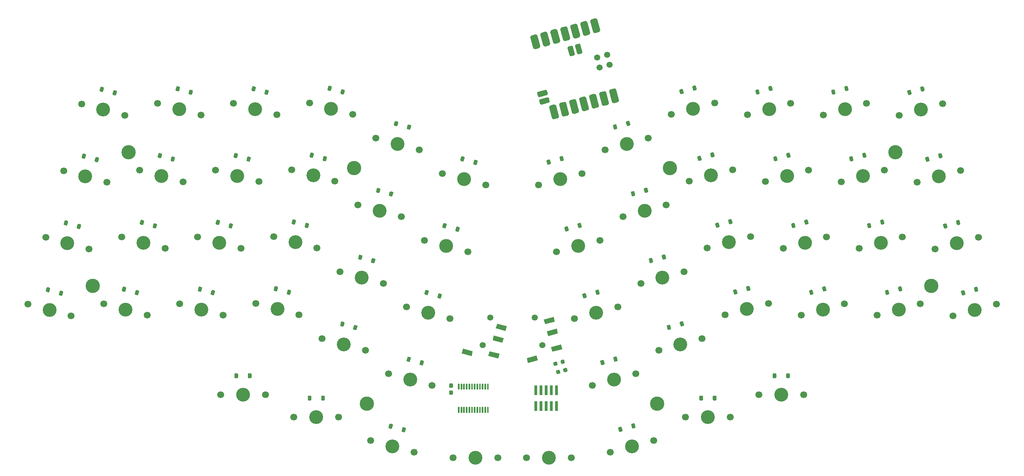
<source format=gts>
G04 #@! TF.GenerationSoftware,KiCad,Pcbnew,7.0.9-7.0.9~ubuntu22.04.1*
G04 #@! TF.CreationDate,2023-12-21T13:29:14+01:00*
G04 #@! TF.ProjectId,ergo56,6572676f-3536-42e6-9b69-6361645f7063,0.1*
G04 #@! TF.SameCoordinates,Original*
G04 #@! TF.FileFunction,Soldermask,Top*
G04 #@! TF.FilePolarity,Negative*
%FSLAX46Y46*%
G04 Gerber Fmt 4.6, Leading zero omitted, Abs format (unit mm)*
G04 Created by KiCad (PCBNEW 7.0.9-7.0.9~ubuntu22.04.1) date 2023-12-21 13:29:14*
%MOMM*%
%LPD*%
G01*
G04 APERTURE LIST*
%ADD10C,1.500000*%
%ADD11C,3.500000*%
%ADD12R,0.740000X2.400000*%
%ADD13C,1.700000*%
%ADD14C,3.400000*%
G04 APERTURE END LIST*
G36*
G01*
X170190735Y-114898718D02*
X169996621Y-114174274D01*
G75*
G02*
X170155720Y-113898707I217333J58234D01*
G01*
X170590386Y-113782239D01*
G75*
G02*
X170865953Y-113941338I58234J-217333D01*
G01*
X171060067Y-114665782D01*
G75*
G02*
X170900968Y-114941349I-217333J-58234D01*
G01*
X170466302Y-115057817D01*
G75*
G02*
X170190735Y-114898718I-58234J217333D01*
G01*
G37*
G36*
G01*
X173378291Y-114044616D02*
X173184177Y-113320172D01*
G75*
G02*
X173343276Y-113044605I217333J58234D01*
G01*
X173777942Y-112928137D01*
G75*
G02*
X174053509Y-113087236I58234J-217333D01*
G01*
X174247623Y-113811680D01*
G75*
G02*
X174088524Y-114087247I-217333J-58234D01*
G01*
X173653858Y-114203715D01*
G75*
G02*
X173378291Y-114044616I-58234J217333D01*
G01*
G37*
G36*
G01*
X202812947Y-97553178D02*
X202618833Y-96828734D01*
G75*
G02*
X202777932Y-96553167I217333J58234D01*
G01*
X203212598Y-96436699D01*
G75*
G02*
X203488165Y-96595798I58234J-217333D01*
G01*
X203682279Y-97320242D01*
G75*
G02*
X203523180Y-97595809I-217333J-58234D01*
G01*
X203088514Y-97712277D01*
G75*
G02*
X202812947Y-97553178I-58234J217333D01*
G01*
G37*
G36*
G01*
X206000503Y-96699076D02*
X205806389Y-95974632D01*
G75*
G02*
X205965488Y-95699065I217333J58234D01*
G01*
X206400154Y-95582597D01*
G75*
G02*
X206675721Y-95741696I58234J-217333D01*
G01*
X206869835Y-96466140D01*
G75*
G02*
X206710736Y-96741707I-217333J-58234D01*
G01*
X206276070Y-96858175D01*
G75*
G02*
X206000503Y-96699076I-58234J217333D01*
G01*
G37*
G36*
G01*
X221473686Y-97649329D02*
X221279572Y-96924885D01*
G75*
G02*
X221438671Y-96649318I217333J58234D01*
G01*
X221873337Y-96532850D01*
G75*
G02*
X222148904Y-96691949I58234J-217333D01*
G01*
X222343018Y-97416393D01*
G75*
G02*
X222183919Y-97691960I-217333J-58234D01*
G01*
X221749253Y-97808428D01*
G75*
G02*
X221473686Y-97649329I-58234J217333D01*
G01*
G37*
G36*
G01*
X224661242Y-96795227D02*
X224467128Y-96070783D01*
G75*
G02*
X224626227Y-95795216I217333J58234D01*
G01*
X225060893Y-95678748D01*
G75*
G02*
X225336460Y-95837847I58234J-217333D01*
G01*
X225530574Y-96562291D01*
G75*
G02*
X225371475Y-96837858I-217333J-58234D01*
G01*
X224936809Y-96954326D01*
G75*
G02*
X224661242Y-96795227I-58234J217333D01*
G01*
G37*
G36*
G01*
X240110505Y-97656237D02*
X239916391Y-96931793D01*
G75*
G02*
X240075490Y-96656226I217333J58234D01*
G01*
X240510156Y-96539758D01*
G75*
G02*
X240785723Y-96698857I58234J-217333D01*
G01*
X240979837Y-97423301D01*
G75*
G02*
X240820738Y-97698868I-217333J-58234D01*
G01*
X240386072Y-97815336D01*
G75*
G02*
X240110505Y-97656237I-58234J217333D01*
G01*
G37*
G36*
G01*
X243298061Y-96802135D02*
X243103947Y-96077691D01*
G75*
G02*
X243263046Y-95802124I217333J58234D01*
G01*
X243697712Y-95685656D01*
G75*
G02*
X243973279Y-95844755I58234J-217333D01*
G01*
X244167393Y-96569199D01*
G75*
G02*
X244008294Y-96844766I-217333J-58234D01*
G01*
X243573628Y-96961234D01*
G75*
G02*
X243298061Y-96802135I-58234J217333D01*
G01*
G37*
G36*
G01*
X258771241Y-97752375D02*
X258577127Y-97027931D01*
G75*
G02*
X258736226Y-96752364I217333J58234D01*
G01*
X259170892Y-96635896D01*
G75*
G02*
X259446459Y-96794995I58234J-217333D01*
G01*
X259640573Y-97519439D01*
G75*
G02*
X259481474Y-97795006I-217333J-58234D01*
G01*
X259046808Y-97911474D01*
G75*
G02*
X258771241Y-97752375I-58234J217333D01*
G01*
G37*
G36*
G01*
X261958797Y-96898273D02*
X261764683Y-96173829D01*
G75*
G02*
X261923782Y-95898262I217333J58234D01*
G01*
X262358448Y-95781794D01*
G75*
G02*
X262634015Y-95940893I58234J-217333D01*
G01*
X262828129Y-96665337D01*
G75*
G02*
X262669030Y-96940904I-217333J-58234D01*
G01*
X262234364Y-97057372D01*
G75*
G02*
X261958797Y-96898273I-58234J217333D01*
G01*
G37*
G36*
G01*
X38241810Y-80353316D02*
X38435924Y-79628872D01*
G75*
G02*
X38711491Y-79469773I217333J-58234D01*
G01*
X39146157Y-79586241D01*
G75*
G02*
X39305256Y-79861808I-58234J-217333D01*
G01*
X39111142Y-80586252D01*
G75*
G02*
X38835575Y-80745351I-217333J58234D01*
G01*
X38400909Y-80628883D01*
G75*
G02*
X38241810Y-80353316I58234J217333D01*
G01*
G37*
G36*
G01*
X41429366Y-81207418D02*
X41623480Y-80482974D01*
G75*
G02*
X41899047Y-80323875I217333J-58234D01*
G01*
X42333713Y-80440343D01*
G75*
G02*
X42492812Y-80715910I-58234J-217333D01*
G01*
X42298698Y-81440354D01*
G75*
G02*
X42023131Y-81599453I-217333J58234D01*
G01*
X41588465Y-81482985D01*
G75*
G02*
X41429366Y-81207418I58234J217333D01*
G01*
G37*
G36*
G01*
X56913681Y-80215633D02*
X57107795Y-79491189D01*
G75*
G02*
X57383362Y-79332090I217333J-58234D01*
G01*
X57818028Y-79448558D01*
G75*
G02*
X57977127Y-79724125I-58234J-217333D01*
G01*
X57783013Y-80448569D01*
G75*
G02*
X57507446Y-80607668I-217333J58234D01*
G01*
X57072780Y-80491200D01*
G75*
G02*
X56913681Y-80215633I58234J217333D01*
G01*
G37*
G36*
G01*
X60101237Y-81069735D02*
X60295351Y-80345291D01*
G75*
G02*
X60570918Y-80186192I217333J-58234D01*
G01*
X61005584Y-80302660D01*
G75*
G02*
X61164683Y-80578227I-58234J-217333D01*
G01*
X60970569Y-81302671D01*
G75*
G02*
X60695002Y-81461770I-217333J58234D01*
G01*
X60260336Y-81345302D01*
G75*
G02*
X60101237Y-81069735I58234J217333D01*
G01*
G37*
G36*
G01*
X75550388Y-80209138D02*
X75744502Y-79484694D01*
G75*
G02*
X76020069Y-79325595I217333J-58234D01*
G01*
X76454735Y-79442063D01*
G75*
G02*
X76613834Y-79717630I-58234J-217333D01*
G01*
X76419720Y-80442074D01*
G75*
G02*
X76144153Y-80601173I-217333J58234D01*
G01*
X75709487Y-80484705D01*
G75*
G02*
X75550388Y-80209138I58234J217333D01*
G01*
G37*
G36*
G01*
X78737944Y-81063240D02*
X78932058Y-80338796D01*
G75*
G02*
X79207625Y-80179697I217333J-58234D01*
G01*
X79642291Y-80296165D01*
G75*
G02*
X79801390Y-80571732I-58234J-217333D01*
G01*
X79607276Y-81296176D01*
G75*
G02*
X79331709Y-81455275I-217333J58234D01*
G01*
X78897043Y-81338807D01*
G75*
G02*
X78737944Y-81063240I58234J217333D01*
G01*
G37*
G36*
G01*
X94211133Y-80112984D02*
X94405247Y-79388540D01*
G75*
G02*
X94680814Y-79229441I217333J-58234D01*
G01*
X95115480Y-79345909D01*
G75*
G02*
X95274579Y-79621476I-58234J-217333D01*
G01*
X95080465Y-80345920D01*
G75*
G02*
X94804898Y-80505019I-217333J58234D01*
G01*
X94370232Y-80388551D01*
G75*
G02*
X94211133Y-80112984I58234J217333D01*
G01*
G37*
G36*
G01*
X97398689Y-80967086D02*
X97592803Y-80242642D01*
G75*
G02*
X97868370Y-80083543I217333J-58234D01*
G01*
X98303036Y-80200011D01*
G75*
G02*
X98462135Y-80475578I-58234J-217333D01*
G01*
X98268021Y-81200022D01*
G75*
G02*
X97992454Y-81359121I-217333J58234D01*
G01*
X97557788Y-81242653D01*
G75*
G02*
X97398689Y-80967086I58234J217333D01*
G01*
G37*
G36*
G01*
X110522234Y-88785758D02*
X110716348Y-88061314D01*
G75*
G02*
X110991915Y-87902215I217333J-58234D01*
G01*
X111426581Y-88018683D01*
G75*
G02*
X111585680Y-88294250I-58234J-217333D01*
G01*
X111391566Y-89018694D01*
G75*
G02*
X111115999Y-89177793I-217333J58234D01*
G01*
X110681333Y-89061325D01*
G75*
G02*
X110522234Y-88785758I58234J217333D01*
G01*
G37*
G36*
G01*
X113709790Y-89639860D02*
X113903904Y-88915416D01*
G75*
G02*
X114179471Y-88756317I217333J-58234D01*
G01*
X114614137Y-88872785D01*
G75*
G02*
X114773236Y-89148352I-58234J-217333D01*
G01*
X114579122Y-89872796D01*
G75*
G02*
X114303555Y-90031895I-217333J58234D01*
G01*
X113868889Y-89915427D01*
G75*
G02*
X113709790Y-89639860I58234J217333D01*
G01*
G37*
G36*
G01*
X126833339Y-97458538D02*
X127027453Y-96734094D01*
G75*
G02*
X127303020Y-96574995I217333J-58234D01*
G01*
X127737686Y-96691463D01*
G75*
G02*
X127896785Y-96967030I-58234J-217333D01*
G01*
X127702671Y-97691474D01*
G75*
G02*
X127427104Y-97850573I-217333J58234D01*
G01*
X126992438Y-97734105D01*
G75*
G02*
X126833339Y-97458538I58234J217333D01*
G01*
G37*
G36*
G01*
X130020895Y-98312640D02*
X130215009Y-97588196D01*
G75*
G02*
X130490576Y-97429097I217333J-58234D01*
G01*
X130925242Y-97545565D01*
G75*
G02*
X131084341Y-97821132I-58234J-217333D01*
G01*
X130890227Y-98545576D01*
G75*
G02*
X130614660Y-98704675I-217333J58234D01*
G01*
X130179994Y-98588207D01*
G75*
G02*
X130020895Y-98312640I58234J217333D01*
G01*
G37*
G36*
G01*
X165790800Y-98477972D02*
X165596686Y-97753528D01*
G75*
G02*
X165755785Y-97477961I217333J58234D01*
G01*
X166190451Y-97361493D01*
G75*
G02*
X166466018Y-97520592I58234J-217333D01*
G01*
X166660132Y-98245036D01*
G75*
G02*
X166501033Y-98520603I-217333J-58234D01*
G01*
X166066367Y-98637071D01*
G75*
G02*
X165790800Y-98477972I-58234J217333D01*
G01*
G37*
G36*
G01*
X168978356Y-97623870D02*
X168784242Y-96899426D01*
G75*
G02*
X168943341Y-96623859I217333J58234D01*
G01*
X169378007Y-96507391D01*
G75*
G02*
X169653574Y-96666490I58234J-217333D01*
G01*
X169847688Y-97390934D01*
G75*
G02*
X169688589Y-97666501I-217333J-58234D01*
G01*
X169253923Y-97782969D01*
G75*
G02*
X168978356Y-97623870I-58234J217333D01*
G01*
G37*
G36*
G01*
X182101913Y-89805207D02*
X181907799Y-89080763D01*
G75*
G02*
X182066898Y-88805196I217333J58234D01*
G01*
X182501564Y-88688728D01*
G75*
G02*
X182777131Y-88847827I58234J-217333D01*
G01*
X182971245Y-89572271D01*
G75*
G02*
X182812146Y-89847838I-217333J-58234D01*
G01*
X182377480Y-89964306D01*
G75*
G02*
X182101913Y-89805207I-58234J217333D01*
G01*
G37*
G36*
G01*
X185289469Y-88951105D02*
X185095355Y-88226661D01*
G75*
G02*
X185254454Y-87951094I217333J58234D01*
G01*
X185689120Y-87834626D01*
G75*
G02*
X185964687Y-87993725I58234J-217333D01*
G01*
X186158801Y-88718169D01*
G75*
G02*
X185999702Y-88993736I-217333J-58234D01*
G01*
X185565036Y-89110204D01*
G75*
G02*
X185289469Y-88951105I-58234J217333D01*
G01*
G37*
G36*
G01*
X198413029Y-81132429D02*
X198218915Y-80407985D01*
G75*
G02*
X198378014Y-80132418I217333J58234D01*
G01*
X198812680Y-80015950D01*
G75*
G02*
X199088247Y-80175049I58234J-217333D01*
G01*
X199282361Y-80899493D01*
G75*
G02*
X199123262Y-81175060I-217333J-58234D01*
G01*
X198688596Y-81291528D01*
G75*
G02*
X198413029Y-81132429I-58234J217333D01*
G01*
G37*
G36*
G01*
X201600585Y-80278327D02*
X201406471Y-79553883D01*
G75*
G02*
X201565570Y-79278316I217333J58234D01*
G01*
X202000236Y-79161848D01*
G75*
G02*
X202275803Y-79320947I58234J-217333D01*
G01*
X202469917Y-80045391D01*
G75*
G02*
X202310818Y-80320958I-217333J-58234D01*
G01*
X201876152Y-80437426D01*
G75*
G02*
X201600585Y-80278327I-58234J217333D01*
G01*
G37*
G36*
G01*
X217073757Y-81228577D02*
X216879643Y-80504133D01*
G75*
G02*
X217038742Y-80228566I217333J58234D01*
G01*
X217473408Y-80112098D01*
G75*
G02*
X217748975Y-80271197I58234J-217333D01*
G01*
X217943089Y-80995641D01*
G75*
G02*
X217783990Y-81271208I-217333J-58234D01*
G01*
X217349324Y-81387676D01*
G75*
G02*
X217073757Y-81228577I-58234J217333D01*
G01*
G37*
G36*
G01*
X220261313Y-80374475D02*
X220067199Y-79650031D01*
G75*
G02*
X220226298Y-79374464I217333J58234D01*
G01*
X220660964Y-79257996D01*
G75*
G02*
X220936531Y-79417095I58234J-217333D01*
G01*
X221130645Y-80141539D01*
G75*
G02*
X220971546Y-80417106I-217333J-58234D01*
G01*
X220536880Y-80533574D01*
G75*
G02*
X220261313Y-80374475I-58234J217333D01*
G01*
G37*
G36*
G01*
X235710584Y-81235475D02*
X235516470Y-80511031D01*
G75*
G02*
X235675569Y-80235464I217333J58234D01*
G01*
X236110235Y-80118996D01*
G75*
G02*
X236385802Y-80278095I58234J-217333D01*
G01*
X236579916Y-81002539D01*
G75*
G02*
X236420817Y-81278106I-217333J-58234D01*
G01*
X235986151Y-81394574D01*
G75*
G02*
X235710584Y-81235475I-58234J217333D01*
G01*
G37*
G36*
G01*
X238898140Y-80381373D02*
X238704026Y-79656929D01*
G75*
G02*
X238863125Y-79381362I217333J58234D01*
G01*
X239297791Y-79264894D01*
G75*
G02*
X239573358Y-79423993I58234J-217333D01*
G01*
X239767472Y-80148437D01*
G75*
G02*
X239608373Y-80424004I-217333J-58234D01*
G01*
X239173707Y-80540472D01*
G75*
G02*
X238898140Y-80381373I-58234J217333D01*
G01*
G37*
G36*
G01*
X254371324Y-81331628D02*
X254177210Y-80607184D01*
G75*
G02*
X254336309Y-80331617I217333J58234D01*
G01*
X254770975Y-80215149D01*
G75*
G02*
X255046542Y-80374248I58234J-217333D01*
G01*
X255240656Y-81098692D01*
G75*
G02*
X255081557Y-81374259I-217333J-58234D01*
G01*
X254646891Y-81490727D01*
G75*
G02*
X254371324Y-81331628I-58234J217333D01*
G01*
G37*
G36*
G01*
X257558880Y-80477526D02*
X257364766Y-79753082D01*
G75*
G02*
X257523865Y-79477515I217333J58234D01*
G01*
X257958531Y-79361047D01*
G75*
G02*
X258234098Y-79520146I58234J-217333D01*
G01*
X258428212Y-80244590D01*
G75*
G02*
X258269113Y-80520157I-217333J-58234D01*
G01*
X257834447Y-80636625D01*
G75*
G02*
X257558880Y-80477526I-58234J217333D01*
G01*
G37*
G36*
G01*
X42641745Y-63932587D02*
X42835859Y-63208143D01*
G75*
G02*
X43111426Y-63049044I217333J-58234D01*
G01*
X43546092Y-63165512D01*
G75*
G02*
X43705191Y-63441079I-58234J-217333D01*
G01*
X43511077Y-64165523D01*
G75*
G02*
X43235510Y-64324622I-217333J58234D01*
G01*
X42800844Y-64208154D01*
G75*
G02*
X42641745Y-63932587I58234J217333D01*
G01*
G37*
G36*
G01*
X45829301Y-64786689D02*
X46023415Y-64062245D01*
G75*
G02*
X46298982Y-63903146I217333J-58234D01*
G01*
X46733648Y-64019614D01*
G75*
G02*
X46892747Y-64295181I-58234J-217333D01*
G01*
X46698633Y-65019625D01*
G75*
G02*
X46423066Y-65178724I-217333J58234D01*
G01*
X45988400Y-65062256D01*
G75*
G02*
X45829301Y-64786689I58234J217333D01*
G01*
G37*
G36*
G01*
X61313606Y-63794885D02*
X61507720Y-63070441D01*
G75*
G02*
X61783287Y-62911342I217333J-58234D01*
G01*
X62217953Y-63027810D01*
G75*
G02*
X62377052Y-63303377I-58234J-217333D01*
G01*
X62182938Y-64027821D01*
G75*
G02*
X61907371Y-64186920I-217333J58234D01*
G01*
X61472705Y-64070452D01*
G75*
G02*
X61313606Y-63794885I58234J217333D01*
G01*
G37*
G36*
G01*
X64501162Y-64648987D02*
X64695276Y-63924543D01*
G75*
G02*
X64970843Y-63765444I217333J-58234D01*
G01*
X65405509Y-63881912D01*
G75*
G02*
X65564608Y-64157479I-58234J-217333D01*
G01*
X65370494Y-64881923D01*
G75*
G02*
X65094927Y-65041022I-217333J58234D01*
G01*
X64660261Y-64924554D01*
G75*
G02*
X64501162Y-64648987I58234J217333D01*
G01*
G37*
G36*
G01*
X79950308Y-63788405D02*
X80144422Y-63063961D01*
G75*
G02*
X80419989Y-62904862I217333J-58234D01*
G01*
X80854655Y-63021330D01*
G75*
G02*
X81013754Y-63296897I-58234J-217333D01*
G01*
X80819640Y-64021341D01*
G75*
G02*
X80544073Y-64180440I-217333J58234D01*
G01*
X80109407Y-64063972D01*
G75*
G02*
X79950308Y-63788405I58234J217333D01*
G01*
G37*
G36*
G01*
X83137864Y-64642507D02*
X83331978Y-63918063D01*
G75*
G02*
X83607545Y-63758964I217333J-58234D01*
G01*
X84042211Y-63875432D01*
G75*
G02*
X84201310Y-64150999I-58234J-217333D01*
G01*
X84007196Y-64875443D01*
G75*
G02*
X83731629Y-65034542I-217333J58234D01*
G01*
X83296963Y-64918074D01*
G75*
G02*
X83137864Y-64642507I58234J217333D01*
G01*
G37*
G36*
G01*
X98611058Y-63692255D02*
X98805172Y-62967811D01*
G75*
G02*
X99080739Y-62808712I217333J-58234D01*
G01*
X99515405Y-62925180D01*
G75*
G02*
X99674504Y-63200747I-58234J-217333D01*
G01*
X99480390Y-63925191D01*
G75*
G02*
X99204823Y-64084290I-217333J58234D01*
G01*
X98770157Y-63967822D01*
G75*
G02*
X98611058Y-63692255I58234J217333D01*
G01*
G37*
G36*
G01*
X101798614Y-64546357D02*
X101992728Y-63821913D01*
G75*
G02*
X102268295Y-63662814I217333J-58234D01*
G01*
X102702961Y-63779282D01*
G75*
G02*
X102862060Y-64054849I-58234J-217333D01*
G01*
X102667946Y-64779293D01*
G75*
G02*
X102392379Y-64938392I-217333J58234D01*
G01*
X101957713Y-64821924D01*
G75*
G02*
X101798614Y-64546357I58234J217333D01*
G01*
G37*
G36*
G01*
X114922164Y-72365026D02*
X115116278Y-71640582D01*
G75*
G02*
X115391845Y-71481483I217333J-58234D01*
G01*
X115826511Y-71597951D01*
G75*
G02*
X115985610Y-71873518I-58234J-217333D01*
G01*
X115791496Y-72597962D01*
G75*
G02*
X115515929Y-72757061I-217333J58234D01*
G01*
X115081263Y-72640593D01*
G75*
G02*
X114922164Y-72365026I58234J217333D01*
G01*
G37*
G36*
G01*
X118109720Y-73219128D02*
X118303834Y-72494684D01*
G75*
G02*
X118579401Y-72335585I217333J-58234D01*
G01*
X119014067Y-72452053D01*
G75*
G02*
X119173166Y-72727620I-58234J-217333D01*
G01*
X118979052Y-73452064D01*
G75*
G02*
X118703485Y-73611163I-217333J58234D01*
G01*
X118268819Y-73494695D01*
G75*
G02*
X118109720Y-73219128I58234J217333D01*
G01*
G37*
G36*
G01*
X131233263Y-81037801D02*
X131427377Y-80313357D01*
G75*
G02*
X131702944Y-80154258I217333J-58234D01*
G01*
X132137610Y-80270726D01*
G75*
G02*
X132296709Y-80546293I-58234J-217333D01*
G01*
X132102595Y-81270737D01*
G75*
G02*
X131827028Y-81429836I-217333J58234D01*
G01*
X131392362Y-81313368D01*
G75*
G02*
X131233263Y-81037801I58234J217333D01*
G01*
G37*
G36*
G01*
X134420819Y-81891903D02*
X134614933Y-81167459D01*
G75*
G02*
X134890500Y-81008360I217333J-58234D01*
G01*
X135325166Y-81124828D01*
G75*
G02*
X135484265Y-81400395I-58234J-217333D01*
G01*
X135290151Y-82124839D01*
G75*
G02*
X135014584Y-82283938I-217333J58234D01*
G01*
X134579918Y-82167470D01*
G75*
G02*
X134420819Y-81891903I58234J217333D01*
G01*
G37*
G36*
G01*
X161390874Y-82057236D02*
X161196760Y-81332792D01*
G75*
G02*
X161355859Y-81057225I217333J58234D01*
G01*
X161790525Y-80940757D01*
G75*
G02*
X162066092Y-81099856I58234J-217333D01*
G01*
X162260206Y-81824300D01*
G75*
G02*
X162101107Y-82099867I-217333J-58234D01*
G01*
X161666441Y-82216335D01*
G75*
G02*
X161390874Y-82057236I-58234J217333D01*
G01*
G37*
G36*
G01*
X164578430Y-81203134D02*
X164384316Y-80478690D01*
G75*
G02*
X164543415Y-80203123I217333J58234D01*
G01*
X164978081Y-80086655D01*
G75*
G02*
X165253648Y-80245754I58234J-217333D01*
G01*
X165447762Y-80970198D01*
G75*
G02*
X165288663Y-81245765I-217333J-58234D01*
G01*
X164853997Y-81362233D01*
G75*
G02*
X164578430Y-81203134I-58234J217333D01*
G01*
G37*
G36*
G01*
X177701990Y-73384476D02*
X177507876Y-72660032D01*
G75*
G02*
X177666975Y-72384465I217333J58234D01*
G01*
X178101641Y-72267997D01*
G75*
G02*
X178377208Y-72427096I58234J-217333D01*
G01*
X178571322Y-73151540D01*
G75*
G02*
X178412223Y-73427107I-217333J-58234D01*
G01*
X177977557Y-73543575D01*
G75*
G02*
X177701990Y-73384476I-58234J217333D01*
G01*
G37*
G36*
G01*
X180889546Y-72530374D02*
X180695432Y-71805930D01*
G75*
G02*
X180854531Y-71530363I217333J58234D01*
G01*
X181289197Y-71413895D01*
G75*
G02*
X181564764Y-71572994I58234J-217333D01*
G01*
X181758878Y-72297438D01*
G75*
G02*
X181599779Y-72573005I-217333J-58234D01*
G01*
X181165113Y-72689473D01*
G75*
G02*
X180889546Y-72530374I-58234J217333D01*
G01*
G37*
G36*
G01*
X194013103Y-64711695D02*
X193818989Y-63987251D01*
G75*
G02*
X193978088Y-63711684I217333J58234D01*
G01*
X194412754Y-63595216D01*
G75*
G02*
X194688321Y-63754315I58234J-217333D01*
G01*
X194882435Y-64478759D01*
G75*
G02*
X194723336Y-64754326I-217333J-58234D01*
G01*
X194288670Y-64870794D01*
G75*
G02*
X194013103Y-64711695I-58234J217333D01*
G01*
G37*
G36*
G01*
X197200659Y-63857593D02*
X197006545Y-63133149D01*
G75*
G02*
X197165644Y-62857582I217333J58234D01*
G01*
X197600310Y-62741114D01*
G75*
G02*
X197875877Y-62900213I58234J-217333D01*
G01*
X198069991Y-63624657D01*
G75*
G02*
X197910892Y-63900224I-217333J-58234D01*
G01*
X197476226Y-64016692D01*
G75*
G02*
X197200659Y-63857593I-58234J217333D01*
G01*
G37*
G36*
G01*
X212673847Y-64807847D02*
X212479733Y-64083403D01*
G75*
G02*
X212638832Y-63807836I217333J58234D01*
G01*
X213073498Y-63691368D01*
G75*
G02*
X213349065Y-63850467I58234J-217333D01*
G01*
X213543179Y-64574911D01*
G75*
G02*
X213384080Y-64850478I-217333J-58234D01*
G01*
X212949414Y-64966946D01*
G75*
G02*
X212673847Y-64807847I-58234J217333D01*
G01*
G37*
G36*
G01*
X215861403Y-63953745D02*
X215667289Y-63229301D01*
G75*
G02*
X215826388Y-62953734I217333J58234D01*
G01*
X216261054Y-62837266D01*
G75*
G02*
X216536621Y-62996365I58234J-217333D01*
G01*
X216730735Y-63720809D01*
G75*
G02*
X216571636Y-63996376I-217333J-58234D01*
G01*
X216136970Y-64112844D01*
G75*
G02*
X215861403Y-63953745I-58234J217333D01*
G01*
G37*
G36*
G01*
X231310663Y-64814761D02*
X231116549Y-64090317D01*
G75*
G02*
X231275648Y-63814750I217333J58234D01*
G01*
X231710314Y-63698282D01*
G75*
G02*
X231985881Y-63857381I58234J-217333D01*
G01*
X232179995Y-64581825D01*
G75*
G02*
X232020896Y-64857392I-217333J-58234D01*
G01*
X231586230Y-64973860D01*
G75*
G02*
X231310663Y-64814761I-58234J217333D01*
G01*
G37*
G36*
G01*
X234498219Y-63960659D02*
X234304105Y-63236215D01*
G75*
G02*
X234463204Y-62960648I217333J58234D01*
G01*
X234897870Y-62844180D01*
G75*
G02*
X235173437Y-63003279I58234J-217333D01*
G01*
X235367551Y-63727723D01*
G75*
G02*
X235208452Y-64003290I-217333J-58234D01*
G01*
X234773786Y-64119758D01*
G75*
G02*
X234498219Y-63960659I-58234J217333D01*
G01*
G37*
G36*
G01*
X249971390Y-64910891D02*
X249777276Y-64186447D01*
G75*
G02*
X249936375Y-63910880I217333J58234D01*
G01*
X250371041Y-63794412D01*
G75*
G02*
X250646608Y-63953511I58234J-217333D01*
G01*
X250840722Y-64677955D01*
G75*
G02*
X250681623Y-64953522I-217333J-58234D01*
G01*
X250246957Y-65069990D01*
G75*
G02*
X249971390Y-64910891I-58234J217333D01*
G01*
G37*
G36*
G01*
X253158946Y-64056789D02*
X252964832Y-63332345D01*
G75*
G02*
X253123931Y-63056778I217333J58234D01*
G01*
X253558597Y-62940310D01*
G75*
G02*
X253834164Y-63099409I58234J-217333D01*
G01*
X254028278Y-63823853D01*
G75*
G02*
X253869179Y-64099420I-217333J-58234D01*
G01*
X253434513Y-64215888D01*
G75*
G02*
X253158946Y-64056789I-58234J217333D01*
G01*
G37*
G36*
G01*
X98164573Y-123530996D02*
X98164573Y-122780996D01*
G75*
G02*
X98389573Y-122555996I225000J0D01*
G01*
X98839573Y-122555996D01*
G75*
G02*
X99064573Y-122780996I0J-225000D01*
G01*
X99064573Y-123530996D01*
G75*
G02*
X98839573Y-123755996I-225000J0D01*
G01*
X98389573Y-123755996D01*
G75*
G02*
X98164573Y-123530996I0J225000D01*
G01*
G37*
G36*
G01*
X101464573Y-123530996D02*
X101464573Y-122780996D01*
G75*
G02*
X101689573Y-122555996I225000J0D01*
G01*
X102139573Y-122555996D01*
G75*
G02*
X102364573Y-122780996I0J-225000D01*
G01*
X102364573Y-123530996D01*
G75*
G02*
X102139573Y-123755996I-225000J0D01*
G01*
X101689573Y-123755996D01*
G75*
G02*
X101464573Y-123530996I0J225000D01*
G01*
G37*
G36*
G01*
X118024590Y-130330465D02*
X118218704Y-129606021D01*
G75*
G02*
X118494271Y-129446922I217333J-58234D01*
G01*
X118928937Y-129563390D01*
G75*
G02*
X119088036Y-129838957I-58234J-217333D01*
G01*
X118893922Y-130563401D01*
G75*
G02*
X118618355Y-130722500I-217333J58234D01*
G01*
X118183689Y-130606032D01*
G75*
G02*
X118024590Y-130330465I58234J217333D01*
G01*
G37*
G36*
G01*
X121212146Y-131184567D02*
X121406260Y-130460123D01*
G75*
G02*
X121681827Y-130301024I217333J-58234D01*
G01*
X122116493Y-130417492D01*
G75*
G02*
X122275592Y-130693059I-58234J-217333D01*
G01*
X122081478Y-131417503D01*
G75*
G02*
X121805911Y-131576602I-217333J58234D01*
G01*
X121371245Y-131460134D01*
G75*
G02*
X121212146Y-131184567I58234J217333D01*
G01*
G37*
G36*
G01*
X174594218Y-131321103D02*
X174400104Y-130596659D01*
G75*
G02*
X174559203Y-130321092I217333J58234D01*
G01*
X174993869Y-130204624D01*
G75*
G02*
X175269436Y-130363723I58234J-217333D01*
G01*
X175463550Y-131088167D01*
G75*
G02*
X175304451Y-131363734I-217333J-58234D01*
G01*
X174869785Y-131480202D01*
G75*
G02*
X174594218Y-131321103I-58234J217333D01*
G01*
G37*
G36*
G01*
X177781774Y-130467001D02*
X177587660Y-129742557D01*
G75*
G02*
X177746759Y-129466990I217333J58234D01*
G01*
X178181425Y-129350522D01*
G75*
G02*
X178456992Y-129509621I58234J-217333D01*
G01*
X178651106Y-130234065D01*
G75*
G02*
X178492007Y-130509632I-217333J-58234D01*
G01*
X178057341Y-130626100D01*
G75*
G02*
X177781774Y-130467001I-58234J217333D01*
G01*
G37*
G36*
G01*
X194336821Y-123530674D02*
X194336821Y-122780674D01*
G75*
G02*
X194561821Y-122555674I225000J0D01*
G01*
X195011821Y-122555674D01*
G75*
G02*
X195236821Y-122780674I0J-225000D01*
G01*
X195236821Y-123530674D01*
G75*
G02*
X195011821Y-123755674I-225000J0D01*
G01*
X194561821Y-123755674D01*
G75*
G02*
X194336821Y-123530674I0J225000D01*
G01*
G37*
G36*
G01*
X197636821Y-123530674D02*
X197636821Y-122780674D01*
G75*
G02*
X197861821Y-122555674I225000J0D01*
G01*
X198311821Y-122555674D01*
G75*
G02*
X198536821Y-122780674I0J-225000D01*
G01*
X198536821Y-123530674D01*
G75*
G02*
X198311821Y-123755674I-225000J0D01*
G01*
X197861821Y-123755674D01*
G75*
G02*
X197636821Y-123530674I0J225000D01*
G01*
G37*
G36*
G01*
X33841895Y-96774061D02*
X34036009Y-96049617D01*
G75*
G02*
X34311576Y-95890518I217333J-58234D01*
G01*
X34746242Y-96006986D01*
G75*
G02*
X34905341Y-96282553I-58234J-217333D01*
G01*
X34711227Y-97006997D01*
G75*
G02*
X34435660Y-97166096I-217333J58234D01*
G01*
X34000994Y-97049628D01*
G75*
G02*
X33841895Y-96774061I58234J217333D01*
G01*
G37*
G36*
G01*
X37029451Y-97628163D02*
X37223565Y-96903719D01*
G75*
G02*
X37499132Y-96744620I217333J-58234D01*
G01*
X37933798Y-96861088D01*
G75*
G02*
X38092897Y-97136655I-58234J-217333D01*
G01*
X37898783Y-97861099D01*
G75*
G02*
X37623216Y-98020198I-217333J58234D01*
G01*
X37188550Y-97903730D01*
G75*
G02*
X37029451Y-97628163I58234J217333D01*
G01*
G37*
G36*
G01*
X52513750Y-96636378D02*
X52707864Y-95911934D01*
G75*
G02*
X52983431Y-95752835I217333J-58234D01*
G01*
X53418097Y-95869303D01*
G75*
G02*
X53577196Y-96144870I-58234J-217333D01*
G01*
X53383082Y-96869314D01*
G75*
G02*
X53107515Y-97028413I-217333J58234D01*
G01*
X52672849Y-96911945D01*
G75*
G02*
X52513750Y-96636378I58234J217333D01*
G01*
G37*
G36*
G01*
X55701306Y-97490480D02*
X55895420Y-96766036D01*
G75*
G02*
X56170987Y-96606937I217333J-58234D01*
G01*
X56605653Y-96723405D01*
G75*
G02*
X56764752Y-96998972I-58234J-217333D01*
G01*
X56570638Y-97723416D01*
G75*
G02*
X56295071Y-97882515I-217333J58234D01*
G01*
X55860405Y-97766047D01*
G75*
G02*
X55701306Y-97490480I58234J217333D01*
G01*
G37*
G36*
G01*
X71150465Y-96629883D02*
X71344579Y-95905439D01*
G75*
G02*
X71620146Y-95746340I217333J-58234D01*
G01*
X72054812Y-95862808D01*
G75*
G02*
X72213911Y-96138375I-58234J-217333D01*
G01*
X72019797Y-96862819D01*
G75*
G02*
X71744230Y-97021918I-217333J58234D01*
G01*
X71309564Y-96905450D01*
G75*
G02*
X71150465Y-96629883I58234J217333D01*
G01*
G37*
G36*
G01*
X74338021Y-97483985D02*
X74532135Y-96759541D01*
G75*
G02*
X74807702Y-96600442I217333J-58234D01*
G01*
X75242368Y-96716910D01*
G75*
G02*
X75401467Y-96992477I-58234J-217333D01*
G01*
X75207353Y-97716921D01*
G75*
G02*
X74931786Y-97876020I-217333J58234D01*
G01*
X74497120Y-97759552D01*
G75*
G02*
X74338021Y-97483985I58234J217333D01*
G01*
G37*
G36*
G01*
X89811196Y-96533735D02*
X90005310Y-95809291D01*
G75*
G02*
X90280877Y-95650192I217333J-58234D01*
G01*
X90715543Y-95766660D01*
G75*
G02*
X90874642Y-96042227I-58234J-217333D01*
G01*
X90680528Y-96766671D01*
G75*
G02*
X90404961Y-96925770I-217333J58234D01*
G01*
X89970295Y-96809302D01*
G75*
G02*
X89811196Y-96533735I58234J217333D01*
G01*
G37*
G36*
G01*
X92998752Y-97387837D02*
X93192866Y-96663393D01*
G75*
G02*
X93468433Y-96504294I217333J-58234D01*
G01*
X93903099Y-96620762D01*
G75*
G02*
X94062198Y-96896329I-58234J-217333D01*
G01*
X93868084Y-97620773D01*
G75*
G02*
X93592517Y-97779872I-217333J58234D01*
G01*
X93157851Y-97663404D01*
G75*
G02*
X92998752Y-97387837I58234J217333D01*
G01*
G37*
G36*
G01*
X106122315Y-105206501D02*
X106316429Y-104482057D01*
G75*
G02*
X106591996Y-104322958I217333J-58234D01*
G01*
X107026662Y-104439426D01*
G75*
G02*
X107185761Y-104714993I-58234J-217333D01*
G01*
X106991647Y-105439437D01*
G75*
G02*
X106716080Y-105598536I-217333J58234D01*
G01*
X106281414Y-105482068D01*
G75*
G02*
X106122315Y-105206501I58234J217333D01*
G01*
G37*
G36*
G01*
X109309871Y-106060603D02*
X109503985Y-105336159D01*
G75*
G02*
X109779552Y-105177060I217333J-58234D01*
G01*
X110214218Y-105293528D01*
G75*
G02*
X110373317Y-105569095I-58234J-217333D01*
G01*
X110179203Y-106293539D01*
G75*
G02*
X109903636Y-106452638I-217333J58234D01*
G01*
X109468970Y-106336170D01*
G75*
G02*
X109309871Y-106060603I58234J217333D01*
G01*
G37*
G36*
G01*
X122433425Y-113879269D02*
X122627539Y-113154825D01*
G75*
G02*
X122903106Y-112995726I217333J-58234D01*
G01*
X123337772Y-113112194D01*
G75*
G02*
X123496871Y-113387761I-58234J-217333D01*
G01*
X123302757Y-114112205D01*
G75*
G02*
X123027190Y-114271304I-217333J58234D01*
G01*
X122592524Y-114154836D01*
G75*
G02*
X122433425Y-113879269I58234J217333D01*
G01*
G37*
G36*
G01*
X125620981Y-114733371D02*
X125815095Y-114008927D01*
G75*
G02*
X126090662Y-113849828I217333J-58234D01*
G01*
X126525328Y-113966296D01*
G75*
G02*
X126684427Y-114241863I-58234J-217333D01*
G01*
X126490313Y-114966307D01*
G75*
G02*
X126214746Y-115125406I-217333J58234D01*
G01*
X125780080Y-115008938D01*
G75*
G02*
X125620981Y-114733371I58234J217333D01*
G01*
G37*
G36*
G01*
X186501844Y-106225944D02*
X186307730Y-105501500D01*
G75*
G02*
X186466829Y-105225933I217333J58234D01*
G01*
X186901495Y-105109465D01*
G75*
G02*
X187177062Y-105268564I58234J-217333D01*
G01*
X187371176Y-105993008D01*
G75*
G02*
X187212077Y-106268575I-217333J-58234D01*
G01*
X186777411Y-106385043D01*
G75*
G02*
X186501844Y-106225944I-58234J217333D01*
G01*
G37*
G36*
G01*
X189689400Y-105371842D02*
X189495286Y-104647398D01*
G75*
G02*
X189654385Y-104371831I217333J58234D01*
G01*
X190089051Y-104255363D01*
G75*
G02*
X190364618Y-104414462I58234J-217333D01*
G01*
X190558732Y-105138906D01*
G75*
G02*
X190399633Y-105414473I-217333J-58234D01*
G01*
X189964967Y-105530941D01*
G75*
G02*
X189689400Y-105371842I-58234J217333D01*
G01*
G37*
D10*
X142971411Y-103387234D03*
X141159678Y-110148715D03*
G36*
X143867986Y-107768576D02*
G01*
X146282801Y-108415623D01*
X145972218Y-109574734D01*
X143557403Y-108927687D01*
X143867986Y-107768576D01*
G37*
G36*
X144644443Y-104870798D02*
G01*
X147059258Y-105517845D01*
X146748675Y-106676956D01*
X144333860Y-106029909D01*
X144644443Y-104870798D01*
G37*
G36*
X136269491Y-111012474D02*
G01*
X138684306Y-111659521D01*
X138373723Y-112818632D01*
X135958908Y-112171585D01*
X136269491Y-111012474D01*
G37*
G36*
X142832710Y-111632279D02*
G01*
X145247525Y-112279326D01*
X144936942Y-113438437D01*
X142522127Y-112791390D01*
X142832710Y-111632279D01*
G37*
G36*
G01*
X65713511Y-47374117D02*
X65907625Y-46649673D01*
G75*
G02*
X66183192Y-46490574I217333J-58234D01*
G01*
X66617858Y-46607042D01*
G75*
G02*
X66776957Y-46882609I-58234J-217333D01*
G01*
X66582843Y-47607053D01*
G75*
G02*
X66307276Y-47766152I-217333J58234D01*
G01*
X65872610Y-47649684D01*
G75*
G02*
X65713511Y-47374117I58234J217333D01*
G01*
G37*
G36*
G01*
X68901067Y-48228219D02*
X69095181Y-47503775D01*
G75*
G02*
X69370748Y-47344676I217333J-58234D01*
G01*
X69805414Y-47461144D01*
G75*
G02*
X69964513Y-47736711I-58234J-217333D01*
G01*
X69770399Y-48461155D01*
G75*
G02*
X69494832Y-48620254I-217333J58234D01*
G01*
X69060166Y-48503786D01*
G75*
G02*
X68901067Y-48228219I58234J217333D01*
G01*
G37*
D11*
X251294969Y-95575136D03*
X112672016Y-124571755D03*
G36*
G01*
X156991010Y-65636496D02*
X156796896Y-64912052D01*
G75*
G02*
X156955995Y-64636485I217333J58234D01*
G01*
X157390661Y-64520017D01*
G75*
G02*
X157666228Y-64679116I58234J-217333D01*
G01*
X157860342Y-65403560D01*
G75*
G02*
X157701243Y-65679127I-217333J-58234D01*
G01*
X157266577Y-65795595D01*
G75*
G02*
X156991010Y-65636496I-58234J217333D01*
G01*
G37*
G36*
G01*
X160178566Y-64782394D02*
X159984452Y-64057950D01*
G75*
G02*
X160143551Y-63782383I217333J58234D01*
G01*
X160578217Y-63665915D01*
G75*
G02*
X160853784Y-63825014I58234J-217333D01*
G01*
X161047898Y-64549458D01*
G75*
G02*
X160888799Y-64825025I-217333J-58234D01*
G01*
X160454133Y-64941493D01*
G75*
G02*
X160178566Y-64782394I-58234J217333D01*
G01*
G37*
X242495081Y-62733607D03*
G36*
G01*
X133116050Y-119553530D02*
X133591050Y-119553530D01*
G75*
G02*
X133828550Y-119791030I0J-237500D01*
G01*
X133828550Y-120391030D01*
G75*
G02*
X133591050Y-120628530I-237500J0D01*
G01*
X133116050Y-120628530D01*
G75*
G02*
X132878550Y-120391030I0J237500D01*
G01*
X132878550Y-119791030D01*
G75*
G02*
X133116050Y-119553530I237500J0D01*
G01*
G37*
G36*
G01*
X133116050Y-121278530D02*
X133591050Y-121278530D01*
G75*
G02*
X133828550Y-121516030I0J-237500D01*
G01*
X133828550Y-122116030D01*
G75*
G02*
X133591050Y-122353530I-237500J0D01*
G01*
X133116050Y-122353530D01*
G75*
G02*
X132878550Y-122116030I0J237500D01*
G01*
X132878550Y-121516030D01*
G75*
G02*
X133116050Y-121278530I237500J0D01*
G01*
G37*
G36*
G01*
X226910725Y-48393992D02*
X226716611Y-47669548D01*
G75*
G02*
X226875710Y-47393981I217333J58234D01*
G01*
X227310376Y-47277513D01*
G75*
G02*
X227585943Y-47436612I58234J-217333D01*
G01*
X227780057Y-48161056D01*
G75*
G02*
X227620958Y-48436623I-217333J-58234D01*
G01*
X227186292Y-48553091D01*
G75*
G02*
X226910725Y-48393992I-58234J217333D01*
G01*
G37*
G36*
G01*
X230098281Y-47539890D02*
X229904167Y-46815446D01*
G75*
G02*
X230063266Y-46539879I217333J58234D01*
G01*
X230497932Y-46423411D01*
G75*
G02*
X230773499Y-46582510I58234J-217333D01*
G01*
X230967613Y-47306954D01*
G75*
G02*
X230808514Y-47582521I-217333J-58234D01*
G01*
X230373848Y-47698989D01*
G75*
G02*
X230098281Y-47539890I-58234J217333D01*
G01*
G37*
G36*
G01*
X173302070Y-56963767D02*
X173107956Y-56239323D01*
G75*
G02*
X173267055Y-55963756I217333J58234D01*
G01*
X173701721Y-55847288D01*
G75*
G02*
X173977288Y-56006387I58234J-217333D01*
G01*
X174171402Y-56730831D01*
G75*
G02*
X174012303Y-57006398I-217333J-58234D01*
G01*
X173577637Y-57122866D01*
G75*
G02*
X173302070Y-56963767I-58234J217333D01*
G01*
G37*
G36*
G01*
X176489626Y-56109665D02*
X176295512Y-55385221D01*
G75*
G02*
X176454611Y-55109654I217333J58234D01*
G01*
X176889277Y-54993186D01*
G75*
G02*
X177164844Y-55152285I58234J-217333D01*
G01*
X177358958Y-55876729D01*
G75*
G02*
X177199859Y-56152296I-217333J-58234D01*
G01*
X176765193Y-56268764D01*
G75*
G02*
X176489626Y-56109665I-58234J217333D01*
G01*
G37*
X187139552Y-66624529D03*
G36*
G01*
X159240724Y-117100284D02*
X159117785Y-116641469D01*
G75*
G02*
X159285722Y-116350592I229407J61470D01*
G01*
X159768685Y-116221183D01*
G75*
G02*
X160059562Y-116389120I61470J-229407D01*
G01*
X160182501Y-116847935D01*
G75*
G02*
X160014564Y-117138812I-229407J-61470D01*
G01*
X159531601Y-117268221D01*
G75*
G02*
X159240724Y-117100284I-61470J229407D01*
G01*
G37*
G36*
G01*
X161003538Y-116627940D02*
X160880599Y-116169125D01*
G75*
G02*
X161048536Y-115878248I229407J61470D01*
G01*
X161531499Y-115748839D01*
G75*
G02*
X161822376Y-115916776I61470J-229407D01*
G01*
X161945315Y-116375591D01*
G75*
G02*
X161777378Y-116666468I-229407J-61470D01*
G01*
X161294415Y-116795877D01*
G75*
G02*
X161003538Y-116627940I-61470J229407D01*
G01*
G37*
G36*
G01*
X245570987Y-48489900D02*
X245376873Y-47765456D01*
G75*
G02*
X245535972Y-47489889I217333J58234D01*
G01*
X245970638Y-47373421D01*
G75*
G02*
X246246205Y-47532520I58234J-217333D01*
G01*
X246440319Y-48256964D01*
G75*
G02*
X246281220Y-48532531I-217333J-58234D01*
G01*
X245846554Y-48648999D01*
G75*
G02*
X245570987Y-48489900I-58234J217333D01*
G01*
G37*
G36*
G01*
X248758543Y-47635798D02*
X248564429Y-46911354D01*
G75*
G02*
X248723528Y-46635787I217333J58234D01*
G01*
X249158194Y-46519319D01*
G75*
G02*
X249433761Y-46678418I58234J-217333D01*
G01*
X249627875Y-47402862D01*
G75*
G02*
X249468776Y-47678429I-217333J-58234D01*
G01*
X249034110Y-47794897D01*
G75*
G02*
X248758543Y-47635798I-58234J217333D01*
G01*
G37*
G36*
G01*
X119322062Y-55944301D02*
X119516176Y-55219857D01*
G75*
G02*
X119791743Y-55060758I217333J-58234D01*
G01*
X120226409Y-55177226D01*
G75*
G02*
X120385508Y-55452793I-58234J-217333D01*
G01*
X120191394Y-56177237D01*
G75*
G02*
X119915827Y-56336336I-217333J58234D01*
G01*
X119481161Y-56219868D01*
G75*
G02*
X119322062Y-55944301I58234J217333D01*
G01*
G37*
G36*
G01*
X122509618Y-56798403D02*
X122703732Y-56073959D01*
G75*
G02*
X122979299Y-55914860I217333J-58234D01*
G01*
X123413965Y-56031328D01*
G75*
G02*
X123573064Y-56306895I-58234J-217333D01*
G01*
X123378950Y-57031339D01*
G75*
G02*
X123103383Y-57190438I-217333J58234D01*
G01*
X122668717Y-57073970D01*
G75*
G02*
X122509618Y-56798403I58234J217333D01*
G01*
G37*
D12*
X159261550Y-121244530D03*
X159261550Y-125144530D03*
X157991550Y-121244530D03*
X157991550Y-125144530D03*
X156721550Y-121244530D03*
X156721550Y-125144530D03*
X155451550Y-121244530D03*
X155451550Y-125144530D03*
X154181550Y-121244530D03*
X154181550Y-125144530D03*
G36*
G01*
X212337165Y-118048497D02*
X212337165Y-117298497D01*
G75*
G02*
X212562165Y-117073497I225000J0D01*
G01*
X213012165Y-117073497D01*
G75*
G02*
X213237165Y-117298497I0J-225000D01*
G01*
X213237165Y-118048497D01*
G75*
G02*
X213012165Y-118273497I-225000J0D01*
G01*
X212562165Y-118273497D01*
G75*
G02*
X212337165Y-118048497I0J225000D01*
G01*
G37*
G36*
G01*
X215637165Y-118048497D02*
X215637165Y-117298497D01*
G75*
G02*
X215862165Y-117073497I225000J0D01*
G01*
X216312165Y-117073497D01*
G75*
G02*
X216537165Y-117298497I0J-225000D01*
G01*
X216537165Y-118048497D01*
G75*
G02*
X216312165Y-118273497I-225000J0D01*
G01*
X215862165Y-118273497D01*
G75*
G02*
X215637165Y-118048497I0J225000D01*
G01*
G37*
G36*
G01*
X135633221Y-64617045D02*
X135827335Y-63892601D01*
G75*
G02*
X136102902Y-63733502I217333J-58234D01*
G01*
X136537568Y-63849970D01*
G75*
G02*
X136696667Y-64125537I-58234J-217333D01*
G01*
X136502553Y-64849981D01*
G75*
G02*
X136226986Y-65009080I-217333J58234D01*
G01*
X135792320Y-64892612D01*
G75*
G02*
X135633221Y-64617045I58234J217333D01*
G01*
G37*
G36*
G01*
X138820777Y-65471147D02*
X139014891Y-64746703D01*
G75*
G02*
X139290458Y-64587604I217333J-58234D01*
G01*
X139725124Y-64704072D01*
G75*
G02*
X139884223Y-64979639I-58234J-217333D01*
G01*
X139690109Y-65704083D01*
G75*
G02*
X139414542Y-65863182I-217333J58234D01*
G01*
X138979876Y-65746714D01*
G75*
G02*
X138820777Y-65471147I58234J217333D01*
G01*
G37*
D10*
X153924918Y-103401916D03*
X155736651Y-110163397D03*
G36*
X156892046Y-106747981D02*
G01*
X159306861Y-106100934D01*
X159617444Y-107260045D01*
X157202629Y-107907092D01*
X156892046Y-106747981D01*
G37*
G36*
X156115588Y-103850204D02*
G01*
X158530403Y-103203157D01*
X158840986Y-104362268D01*
X156426171Y-105009315D01*
X156115588Y-103850204D01*
G37*
G36*
X151933505Y-113356527D02*
G01*
X154348320Y-112709480D01*
X154658903Y-113868591D01*
X152244088Y-114515638D01*
X151933505Y-113356527D01*
G37*
G36*
X157927322Y-110611684D02*
G01*
X160342137Y-109964637D01*
X160652720Y-111123748D01*
X158237905Y-111770795D01*
X157927322Y-110611684D01*
G37*
G36*
G01*
X135339550Y-126794530D02*
X135139550Y-126794530D01*
G75*
G02*
X135039550Y-126694530I0J100000D01*
G01*
X135039550Y-125419530D01*
G75*
G02*
X135139550Y-125319530I100000J0D01*
G01*
X135339550Y-125319530D01*
G75*
G02*
X135439550Y-125419530I0J-100000D01*
G01*
X135439550Y-126694530D01*
G75*
G02*
X135339550Y-126794530I-100000J0D01*
G01*
G37*
G36*
G01*
X135989550Y-126794530D02*
X135789550Y-126794530D01*
G75*
G02*
X135689550Y-126694530I0J100000D01*
G01*
X135689550Y-125419530D01*
G75*
G02*
X135789550Y-125319530I100000J0D01*
G01*
X135989550Y-125319530D01*
G75*
G02*
X136089550Y-125419530I0J-100000D01*
G01*
X136089550Y-126694530D01*
G75*
G02*
X135989550Y-126794530I-100000J0D01*
G01*
G37*
G36*
G01*
X136639550Y-126794530D02*
X136439550Y-126794530D01*
G75*
G02*
X136339550Y-126694530I0J100000D01*
G01*
X136339550Y-125419530D01*
G75*
G02*
X136439550Y-125319530I100000J0D01*
G01*
X136639550Y-125319530D01*
G75*
G02*
X136739550Y-125419530I0J-100000D01*
G01*
X136739550Y-126694530D01*
G75*
G02*
X136639550Y-126794530I-100000J0D01*
G01*
G37*
G36*
G01*
X137289550Y-126794530D02*
X137089550Y-126794530D01*
G75*
G02*
X136989550Y-126694530I0J100000D01*
G01*
X136989550Y-125419530D01*
G75*
G02*
X137089550Y-125319530I100000J0D01*
G01*
X137289550Y-125319530D01*
G75*
G02*
X137389550Y-125419530I0J-100000D01*
G01*
X137389550Y-126694530D01*
G75*
G02*
X137289550Y-126794530I-100000J0D01*
G01*
G37*
G36*
G01*
X137939550Y-126794530D02*
X137739550Y-126794530D01*
G75*
G02*
X137639550Y-126694530I0J100000D01*
G01*
X137639550Y-125419530D01*
G75*
G02*
X137739550Y-125319530I100000J0D01*
G01*
X137939550Y-125319530D01*
G75*
G02*
X138039550Y-125419530I0J-100000D01*
G01*
X138039550Y-126694530D01*
G75*
G02*
X137939550Y-126794530I-100000J0D01*
G01*
G37*
G36*
G01*
X138589550Y-126794530D02*
X138389550Y-126794530D01*
G75*
G02*
X138289550Y-126694530I0J100000D01*
G01*
X138289550Y-125419530D01*
G75*
G02*
X138389550Y-125319530I100000J0D01*
G01*
X138589550Y-125319530D01*
G75*
G02*
X138689550Y-125419530I0J-100000D01*
G01*
X138689550Y-126694530D01*
G75*
G02*
X138589550Y-126794530I-100000J0D01*
G01*
G37*
G36*
G01*
X139239550Y-126794530D02*
X139039550Y-126794530D01*
G75*
G02*
X138939550Y-126694530I0J100000D01*
G01*
X138939550Y-125419530D01*
G75*
G02*
X139039550Y-125319530I100000J0D01*
G01*
X139239550Y-125319530D01*
G75*
G02*
X139339550Y-125419530I0J-100000D01*
G01*
X139339550Y-126694530D01*
G75*
G02*
X139239550Y-126794530I-100000J0D01*
G01*
G37*
G36*
G01*
X139889550Y-126794530D02*
X139689550Y-126794530D01*
G75*
G02*
X139589550Y-126694530I0J100000D01*
G01*
X139589550Y-125419530D01*
G75*
G02*
X139689550Y-125319530I100000J0D01*
G01*
X139889550Y-125319530D01*
G75*
G02*
X139989550Y-125419530I0J-100000D01*
G01*
X139989550Y-126694530D01*
G75*
G02*
X139889550Y-126794530I-100000J0D01*
G01*
G37*
G36*
G01*
X140539550Y-126794530D02*
X140339550Y-126794530D01*
G75*
G02*
X140239550Y-126694530I0J100000D01*
G01*
X140239550Y-125419530D01*
G75*
G02*
X140339550Y-125319530I100000J0D01*
G01*
X140539550Y-125319530D01*
G75*
G02*
X140639550Y-125419530I0J-100000D01*
G01*
X140639550Y-126694530D01*
G75*
G02*
X140539550Y-126794530I-100000J0D01*
G01*
G37*
G36*
G01*
X141189550Y-126794530D02*
X140989550Y-126794530D01*
G75*
G02*
X140889550Y-126694530I0J100000D01*
G01*
X140889550Y-125419530D01*
G75*
G02*
X140989550Y-125319530I100000J0D01*
G01*
X141189550Y-125319530D01*
G75*
G02*
X141289550Y-125419530I0J-100000D01*
G01*
X141289550Y-126694530D01*
G75*
G02*
X141189550Y-126794530I-100000J0D01*
G01*
G37*
G36*
G01*
X141839550Y-126794530D02*
X141639550Y-126794530D01*
G75*
G02*
X141539550Y-126694530I0J100000D01*
G01*
X141539550Y-125419530D01*
G75*
G02*
X141639550Y-125319530I100000J0D01*
G01*
X141839550Y-125319530D01*
G75*
G02*
X141939550Y-125419530I0J-100000D01*
G01*
X141939550Y-126694530D01*
G75*
G02*
X141839550Y-126794530I-100000J0D01*
G01*
G37*
G36*
G01*
X142489550Y-126794530D02*
X142289550Y-126794530D01*
G75*
G02*
X142189550Y-126694530I0J100000D01*
G01*
X142189550Y-125419530D01*
G75*
G02*
X142289550Y-125319530I100000J0D01*
G01*
X142489550Y-125319530D01*
G75*
G02*
X142589550Y-125419530I0J-100000D01*
G01*
X142589550Y-126694530D01*
G75*
G02*
X142489550Y-126794530I-100000J0D01*
G01*
G37*
G36*
G01*
X142489550Y-121069530D02*
X142289550Y-121069530D01*
G75*
G02*
X142189550Y-120969530I0J100000D01*
G01*
X142189550Y-119694530D01*
G75*
G02*
X142289550Y-119594530I100000J0D01*
G01*
X142489550Y-119594530D01*
G75*
G02*
X142589550Y-119694530I0J-100000D01*
G01*
X142589550Y-120969530D01*
G75*
G02*
X142489550Y-121069530I-100000J0D01*
G01*
G37*
G36*
G01*
X141839550Y-121069530D02*
X141639550Y-121069530D01*
G75*
G02*
X141539550Y-120969530I0J100000D01*
G01*
X141539550Y-119694530D01*
G75*
G02*
X141639550Y-119594530I100000J0D01*
G01*
X141839550Y-119594530D01*
G75*
G02*
X141939550Y-119694530I0J-100000D01*
G01*
X141939550Y-120969530D01*
G75*
G02*
X141839550Y-121069530I-100000J0D01*
G01*
G37*
G36*
G01*
X141189550Y-121069530D02*
X140989550Y-121069530D01*
G75*
G02*
X140889550Y-120969530I0J100000D01*
G01*
X140889550Y-119694530D01*
G75*
G02*
X140989550Y-119594530I100000J0D01*
G01*
X141189550Y-119594530D01*
G75*
G02*
X141289550Y-119694530I0J-100000D01*
G01*
X141289550Y-120969530D01*
G75*
G02*
X141189550Y-121069530I-100000J0D01*
G01*
G37*
G36*
G01*
X140539550Y-121069530D02*
X140339550Y-121069530D01*
G75*
G02*
X140239550Y-120969530I0J100000D01*
G01*
X140239550Y-119694530D01*
G75*
G02*
X140339550Y-119594530I100000J0D01*
G01*
X140539550Y-119594530D01*
G75*
G02*
X140639550Y-119694530I0J-100000D01*
G01*
X140639550Y-120969530D01*
G75*
G02*
X140539550Y-121069530I-100000J0D01*
G01*
G37*
G36*
G01*
X139889550Y-121069530D02*
X139689550Y-121069530D01*
G75*
G02*
X139589550Y-120969530I0J100000D01*
G01*
X139589550Y-119694530D01*
G75*
G02*
X139689550Y-119594530I100000J0D01*
G01*
X139889550Y-119594530D01*
G75*
G02*
X139989550Y-119694530I0J-100000D01*
G01*
X139989550Y-120969530D01*
G75*
G02*
X139889550Y-121069530I-100000J0D01*
G01*
G37*
G36*
G01*
X139239550Y-121069530D02*
X139039550Y-121069530D01*
G75*
G02*
X138939550Y-120969530I0J100000D01*
G01*
X138939550Y-119694530D01*
G75*
G02*
X139039550Y-119594530I100000J0D01*
G01*
X139239550Y-119594530D01*
G75*
G02*
X139339550Y-119694530I0J-100000D01*
G01*
X139339550Y-120969530D01*
G75*
G02*
X139239550Y-121069530I-100000J0D01*
G01*
G37*
G36*
G01*
X138589550Y-121069530D02*
X138389550Y-121069530D01*
G75*
G02*
X138289550Y-120969530I0J100000D01*
G01*
X138289550Y-119694530D01*
G75*
G02*
X138389550Y-119594530I100000J0D01*
G01*
X138589550Y-119594530D01*
G75*
G02*
X138689550Y-119694530I0J-100000D01*
G01*
X138689550Y-120969530D01*
G75*
G02*
X138589550Y-121069530I-100000J0D01*
G01*
G37*
G36*
G01*
X137939550Y-121069530D02*
X137739550Y-121069530D01*
G75*
G02*
X137639550Y-120969530I0J100000D01*
G01*
X137639550Y-119694530D01*
G75*
G02*
X137739550Y-119594530I100000J0D01*
G01*
X137939550Y-119594530D01*
G75*
G02*
X138039550Y-119694530I0J-100000D01*
G01*
X138039550Y-120969530D01*
G75*
G02*
X137939550Y-121069530I-100000J0D01*
G01*
G37*
G36*
G01*
X137289550Y-121069530D02*
X137089550Y-121069530D01*
G75*
G02*
X136989550Y-120969530I0J100000D01*
G01*
X136989550Y-119694530D01*
G75*
G02*
X137089550Y-119594530I100000J0D01*
G01*
X137289550Y-119594530D01*
G75*
G02*
X137389550Y-119694530I0J-100000D01*
G01*
X137389550Y-120969530D01*
G75*
G02*
X137289550Y-121069530I-100000J0D01*
G01*
G37*
G36*
G01*
X136639550Y-121069530D02*
X136439550Y-121069530D01*
G75*
G02*
X136339550Y-120969530I0J100000D01*
G01*
X136339550Y-119694530D01*
G75*
G02*
X136439550Y-119594530I100000J0D01*
G01*
X136639550Y-119594530D01*
G75*
G02*
X136739550Y-119694530I0J-100000D01*
G01*
X136739550Y-120969530D01*
G75*
G02*
X136639550Y-121069530I-100000J0D01*
G01*
G37*
G36*
G01*
X135989550Y-121069530D02*
X135789550Y-121069530D01*
G75*
G02*
X135689550Y-120969530I0J100000D01*
G01*
X135689550Y-119694530D01*
G75*
G02*
X135789550Y-119594530I100000J0D01*
G01*
X135989550Y-119594530D01*
G75*
G02*
X136089550Y-119694530I0J-100000D01*
G01*
X136089550Y-120969530D01*
G75*
G02*
X135989550Y-121069530I-100000J0D01*
G01*
G37*
G36*
G01*
X135339550Y-121069530D02*
X135139550Y-121069530D01*
G75*
G02*
X135039550Y-120969530I0J100000D01*
G01*
X135039550Y-119694530D01*
G75*
G02*
X135139550Y-119594530I100000J0D01*
G01*
X135339550Y-119594530D01*
G75*
G02*
X135439550Y-119694530I0J-100000D01*
G01*
X135439550Y-120969530D01*
G75*
G02*
X135339550Y-121069530I-100000J0D01*
G01*
G37*
G36*
G01*
X189613229Y-48290935D02*
X189419115Y-47566491D01*
G75*
G02*
X189578214Y-47290924I217333J58234D01*
G01*
X190012880Y-47174456D01*
G75*
G02*
X190288447Y-47333555I58234J-217333D01*
G01*
X190482561Y-48057999D01*
G75*
G02*
X190323462Y-48333566I-217333J-58234D01*
G01*
X189888796Y-48450034D01*
G75*
G02*
X189613229Y-48290935I-58234J217333D01*
G01*
G37*
G36*
G01*
X192800785Y-47436833D02*
X192606671Y-46712389D01*
G75*
G02*
X192765770Y-46436822I217333J58234D01*
G01*
X193200436Y-46320354D01*
G75*
G02*
X193476003Y-46479453I58234J-217333D01*
G01*
X193670117Y-47203897D01*
G75*
G02*
X193511018Y-47479464I-217333J-58234D01*
G01*
X193076352Y-47595932D01*
G75*
G02*
X192800785Y-47436833I-58234J217333D01*
G01*
G37*
G36*
G01*
X84350240Y-47367624D02*
X84544354Y-46643180D01*
G75*
G02*
X84819921Y-46484081I217333J-58234D01*
G01*
X85254587Y-46600549D01*
G75*
G02*
X85413686Y-46876116I-58234J-217333D01*
G01*
X85219572Y-47600560D01*
G75*
G02*
X84944005Y-47759659I-217333J58234D01*
G01*
X84509339Y-47643191D01*
G75*
G02*
X84350240Y-47367624I58234J217333D01*
G01*
G37*
G36*
G01*
X87537796Y-48221726D02*
X87731910Y-47497282D01*
G75*
G02*
X88007477Y-47338183I217333J-58234D01*
G01*
X88442143Y-47454651D01*
G75*
G02*
X88601242Y-47730218I-58234J-217333D01*
G01*
X88407128Y-48454662D01*
G75*
G02*
X88131561Y-48613761I-217333J58234D01*
G01*
X87696895Y-48497293D01*
G75*
G02*
X87537796Y-48221726I58234J217333D01*
G01*
G37*
D11*
X54194961Y-62692513D03*
G36*
G01*
X80164574Y-118048996D02*
X80164574Y-117298996D01*
G75*
G02*
X80389574Y-117073996I225000J0D01*
G01*
X80839574Y-117073996D01*
G75*
G02*
X81064574Y-117298996I0J-225000D01*
G01*
X81064574Y-118048996D01*
G75*
G02*
X80839574Y-118273996I-225000J0D01*
G01*
X80389574Y-118273996D01*
G75*
G02*
X80164574Y-118048996I0J225000D01*
G01*
G37*
G36*
G01*
X83464574Y-118048996D02*
X83464574Y-117298996D01*
G75*
G02*
X83689574Y-117073996I225000J0D01*
G01*
X84139574Y-117073996D01*
G75*
G02*
X84364574Y-117298996I0J-225000D01*
G01*
X84364574Y-118048996D01*
G75*
G02*
X84139574Y-118273996I-225000J0D01*
G01*
X83689574Y-118273996D01*
G75*
G02*
X83464574Y-118048996I0J225000D01*
G01*
G37*
G36*
G01*
X103011005Y-47271473D02*
X103205119Y-46547029D01*
G75*
G02*
X103480686Y-46387930I217333J-58234D01*
G01*
X103915352Y-46504398D01*
G75*
G02*
X104074451Y-46779965I-58234J-217333D01*
G01*
X103880337Y-47504409D01*
G75*
G02*
X103604770Y-47663508I-217333J58234D01*
G01*
X103170104Y-47547040D01*
G75*
G02*
X103011005Y-47271473I58234J217333D01*
G01*
G37*
G36*
G01*
X106198561Y-48125575D02*
X106392675Y-47401131D01*
G75*
G02*
X106668242Y-47242032I217333J-58234D01*
G01*
X107102908Y-47358500D01*
G75*
G02*
X107262007Y-47634067I-58234J-217333D01*
G01*
X107067893Y-48358511D01*
G75*
G02*
X106792326Y-48517610I-217333J58234D01*
G01*
X106357660Y-48401142D01*
G75*
G02*
X106198561Y-48125575I58234J217333D01*
G01*
G37*
G36*
G01*
X47041718Y-47511809D02*
X47235832Y-46787365D01*
G75*
G02*
X47511399Y-46628266I217333J-58234D01*
G01*
X47946065Y-46744734D01*
G75*
G02*
X48105164Y-47020301I-58234J-217333D01*
G01*
X47911050Y-47744745D01*
G75*
G02*
X47635483Y-47903844I-217333J58234D01*
G01*
X47200817Y-47787376D01*
G75*
G02*
X47041718Y-47511809I58234J217333D01*
G01*
G37*
G36*
G01*
X50229274Y-48365911D02*
X50423388Y-47641467D01*
G75*
G02*
X50698955Y-47482368I217333J-58234D01*
G01*
X51133621Y-47598836D01*
G75*
G02*
X51292720Y-47874403I-58234J-217333D01*
G01*
X51098606Y-48598847D01*
G75*
G02*
X50823039Y-48757946I-217333J58234D01*
G01*
X50388373Y-48641478D01*
G75*
G02*
X50229274Y-48365911I58234J217333D01*
G01*
G37*
G36*
G01*
X158582224Y-115068284D02*
X158459285Y-114609469D01*
G75*
G02*
X158627222Y-114318592I229407J61470D01*
G01*
X159110185Y-114189183D01*
G75*
G02*
X159401062Y-114357120I61470J-229407D01*
G01*
X159524001Y-114815935D01*
G75*
G02*
X159356064Y-115106812I-229407J-61470D01*
G01*
X158873101Y-115236221D01*
G75*
G02*
X158582224Y-115068284I-61470J229407D01*
G01*
G37*
G36*
G01*
X160345038Y-114595940D02*
X160222099Y-114137125D01*
G75*
G02*
X160390036Y-113846248I229407J61470D01*
G01*
X160872999Y-113716839D01*
G75*
G02*
X161163876Y-113884776I61470J-229407D01*
G01*
X161286815Y-114343591D01*
G75*
G02*
X161118878Y-114634468I-229407J-61470D01*
G01*
X160635915Y-114763877D01*
G75*
G02*
X160345038Y-114595940I-61470J229407D01*
G01*
G37*
X109539210Y-66624587D03*
G36*
G01*
X208273881Y-48387080D02*
X208079767Y-47662636D01*
G75*
G02*
X208238866Y-47387069I217333J58234D01*
G01*
X208673532Y-47270601D01*
G75*
G02*
X208949099Y-47429700I58234J-217333D01*
G01*
X209143213Y-48154144D01*
G75*
G02*
X208984114Y-48429711I-217333J-58234D01*
G01*
X208549448Y-48546179D01*
G75*
G02*
X208273881Y-48387080I-58234J217333D01*
G01*
G37*
G36*
G01*
X211461437Y-47532978D02*
X211267323Y-46808534D01*
G75*
G02*
X211426422Y-46532967I217333J58234D01*
G01*
X211861088Y-46416499D01*
G75*
G02*
X212136655Y-46575598I58234J-217333D01*
G01*
X212330769Y-47300042D01*
G75*
G02*
X212171670Y-47575609I-217333J-58234D01*
G01*
X211737004Y-47692077D01*
G75*
G02*
X211461437Y-47532978I-58234J217333D01*
G01*
G37*
X184007067Y-124571747D03*
G36*
G01*
X167870639Y-30051369D02*
X168739972Y-29818432D01*
G75*
G02*
X169291108Y-30136630I116469J-434667D01*
G01*
X169964037Y-32648037D01*
G75*
G02*
X169645839Y-33199173I-434667J-116469D01*
G01*
X168776506Y-33432110D01*
G75*
G02*
X168225370Y-33113912I-116469J434667D01*
G01*
X167552441Y-30602505D01*
G75*
G02*
X167870639Y-30051369I434667J116469D01*
G01*
G37*
G36*
G01*
X165417187Y-30708769D02*
X166286520Y-30475832D01*
G75*
G02*
X166837656Y-30794030I116469J-434667D01*
G01*
X167510585Y-33305437D01*
G75*
G02*
X167192387Y-33856573I-434667J-116469D01*
G01*
X166323054Y-34089510D01*
G75*
G02*
X165771918Y-33771312I-116469J434667D01*
G01*
X165098989Y-31259905D01*
G75*
G02*
X165417187Y-30708769I434667J116469D01*
G01*
G37*
G36*
G01*
X162963736Y-31366169D02*
X163833069Y-31133232D01*
G75*
G02*
X164384205Y-31451430I116469J-434667D01*
G01*
X165057134Y-33962837D01*
G75*
G02*
X164738936Y-34513973I-434667J-116469D01*
G01*
X163869603Y-34746910D01*
G75*
G02*
X163318467Y-34428712I-116469J434667D01*
G01*
X162645538Y-31917305D01*
G75*
G02*
X162963736Y-31366169I434667J116469D01*
G01*
G37*
G36*
G01*
X160510284Y-32023570D02*
X161379617Y-31790633D01*
G75*
G02*
X161930753Y-32108831I116469J-434667D01*
G01*
X162603682Y-34620238D01*
G75*
G02*
X162285484Y-35171374I-434667J-116469D01*
G01*
X161416151Y-35404311D01*
G75*
G02*
X160865015Y-35086113I-116469J434667D01*
G01*
X160192086Y-32574706D01*
G75*
G02*
X160510284Y-32023570I434667J116469D01*
G01*
G37*
G36*
G01*
X158056833Y-32680970D02*
X158926166Y-32448033D01*
G75*
G02*
X159477302Y-32766231I116469J-434667D01*
G01*
X160150231Y-35277638D01*
G75*
G02*
X159832033Y-35828774I-434667J-116469D01*
G01*
X158962700Y-36061711D01*
G75*
G02*
X158411564Y-35743513I-116469J434667D01*
G01*
X157738635Y-33232106D01*
G75*
G02*
X158056833Y-32680970I434667J116469D01*
G01*
G37*
G36*
G01*
X155603381Y-33338370D02*
X156472714Y-33105433D01*
G75*
G02*
X157023850Y-33423631I116469J-434667D01*
G01*
X157696779Y-35935038D01*
G75*
G02*
X157378581Y-36486174I-434667J-116469D01*
G01*
X156509248Y-36719111D01*
G75*
G02*
X155958112Y-36400913I-116469J434667D01*
G01*
X155285183Y-33889506D01*
G75*
G02*
X155603381Y-33338370I434667J116469D01*
G01*
G37*
G36*
G01*
X153149929Y-33995771D02*
X154019262Y-33762834D01*
G75*
G02*
X154570398Y-34081032I116469J-434667D01*
G01*
X155243327Y-36592439D01*
G75*
G02*
X154925129Y-37143575I-434667J-116469D01*
G01*
X154055796Y-37376512D01*
G75*
G02*
X153504660Y-37058314I-116469J434667D01*
G01*
X152831731Y-34546907D01*
G75*
G02*
X153149929Y-33995771I434667J116469D01*
G01*
G37*
G36*
G01*
X174263171Y-50431289D02*
X173393838Y-50664226D01*
G75*
G02*
X172842702Y-50346028I-116469J434667D01*
G01*
X172169773Y-47834621D01*
G75*
G02*
X172487971Y-47283485I434667J116469D01*
G01*
X173357304Y-47050548D01*
G75*
G02*
X173908440Y-47368746I116469J-434667D01*
G01*
X174581369Y-49880153D01*
G75*
G02*
X174263171Y-50431289I-434667J-116469D01*
G01*
G37*
G36*
G01*
X171809719Y-51088690D02*
X170940386Y-51321627D01*
G75*
G02*
X170389250Y-51003429I-116469J434667D01*
G01*
X169716321Y-48492022D01*
G75*
G02*
X170034519Y-47940886I434667J116469D01*
G01*
X170903852Y-47707949D01*
G75*
G02*
X171454988Y-48026147I116469J-434667D01*
G01*
X172127917Y-50537554D01*
G75*
G02*
X171809719Y-51088690I-434667J-116469D01*
G01*
G37*
G36*
G01*
X169356267Y-51746090D02*
X168486934Y-51979027D01*
G75*
G02*
X167935798Y-51660829I-116469J434667D01*
G01*
X167262869Y-49149422D01*
G75*
G02*
X167581067Y-48598286I434667J116469D01*
G01*
X168450400Y-48365349D01*
G75*
G02*
X169001536Y-48683547I116469J-434667D01*
G01*
X169674465Y-51194954D01*
G75*
G02*
X169356267Y-51746090I-434667J-116469D01*
G01*
G37*
G36*
G01*
X166902816Y-52403490D02*
X166033483Y-52636427D01*
G75*
G02*
X165482347Y-52318229I-116469J434667D01*
G01*
X164809418Y-49806822D01*
G75*
G02*
X165127616Y-49255686I434667J116469D01*
G01*
X165996949Y-49022749D01*
G75*
G02*
X166548085Y-49340947I116469J-434667D01*
G01*
X167221014Y-51852354D01*
G75*
G02*
X166902816Y-52403490I-434667J-116469D01*
G01*
G37*
G36*
G01*
X164449364Y-53060891D02*
X163580031Y-53293828D01*
G75*
G02*
X163028895Y-52975630I-116469J434667D01*
G01*
X162355966Y-50464223D01*
G75*
G02*
X162674164Y-49913087I434667J116469D01*
G01*
X163543497Y-49680150D01*
G75*
G02*
X164094633Y-49998348I116469J-434667D01*
G01*
X164767562Y-52509755D01*
G75*
G02*
X164449364Y-53060891I-434667J-116469D01*
G01*
G37*
G36*
G01*
X160220713Y-50570487D02*
X161090046Y-50337550D01*
G75*
G02*
X161641182Y-50655748I116469J-434667D01*
G01*
X162314111Y-53167155D01*
G75*
G02*
X161995913Y-53718291I-434667J-116469D01*
G01*
X161126580Y-53951228D01*
G75*
G02*
X160575444Y-53633030I-116469J434667D01*
G01*
X159902515Y-51121623D01*
G75*
G02*
X160220713Y-50570487I434667J116469D01*
G01*
G37*
G36*
G01*
X157767261Y-51227887D02*
X158636594Y-50994950D01*
G75*
G02*
X159187730Y-51313148I116469J-434667D01*
G01*
X159860659Y-53824555D01*
G75*
G02*
X159542461Y-54375691I-434667J-116469D01*
G01*
X158673128Y-54608628D01*
G75*
G02*
X158121992Y-54290430I-116469J434667D01*
G01*
X157449063Y-51779023D01*
G75*
G02*
X157767261Y-51227887I434667J116469D01*
G01*
G37*
G36*
G01*
X164053346Y-36224707D02*
X164705346Y-36050004D01*
G75*
G02*
X165118697Y-36288653I87351J-326000D01*
G01*
X165591041Y-38051468D01*
G75*
G02*
X165352392Y-38464819I-326000J-87351D01*
G01*
X164700392Y-38639522D01*
G75*
G02*
X164287041Y-38400873I-87351J326000D01*
G01*
X163814697Y-36638058D01*
G75*
G02*
X164053346Y-36224707I326000J87351D01*
G01*
G37*
G36*
G01*
X162213257Y-36717757D02*
X162865257Y-36543054D01*
G75*
G02*
X163278608Y-36781703I87351J-326000D01*
G01*
X163750952Y-38544518D01*
G75*
G02*
X163512303Y-38957869I-326000J-87351D01*
G01*
X162860303Y-39132572D01*
G75*
G02*
X162446952Y-38893923I-87351J326000D01*
G01*
X161974608Y-37131108D01*
G75*
G02*
X162213257Y-36717757I326000J87351D01*
G01*
G37*
G36*
G01*
X154678833Y-48926307D02*
X154504130Y-48274307D01*
G75*
G02*
X154742779Y-47860956I326000J87351D01*
G01*
X156505594Y-47388612D01*
G75*
G02*
X156918945Y-47627261I87351J-326000D01*
G01*
X157093648Y-48279261D01*
G75*
G02*
X156854999Y-48692612I-326000J-87351D01*
G01*
X155092184Y-49164956D01*
G75*
G02*
X154678833Y-48926307I-87351J326000D01*
G01*
G37*
G36*
G01*
X155171883Y-50766395D02*
X154997180Y-50114395D01*
G75*
G02*
X155235829Y-49701044I326000J87351D01*
G01*
X156998644Y-49228700D01*
G75*
G02*
X157411995Y-49467349I87351J-326000D01*
G01*
X157586698Y-50119349D01*
G75*
G02*
X157348049Y-50532700I-326000J-87351D01*
G01*
X155585234Y-51005044D01*
G75*
G02*
X155171883Y-50766395I-87351J326000D01*
G01*
G37*
D10*
X171658249Y-38768078D03*
X172315649Y-41221530D03*
X169204797Y-39425478D03*
X169862198Y-41878930D03*
D11*
X45395136Y-95534008D03*
D13*
X211301086Y-99857002D03*
D14*
X205988494Y-101280507D03*
D13*
X200675902Y-102704012D03*
X229961814Y-99953153D03*
D14*
X224649222Y-101376658D03*
D13*
X219336630Y-102800163D03*
X248598641Y-99960057D03*
D14*
X243286049Y-101383562D03*
D13*
X237973457Y-102807067D03*
X267259381Y-100056207D03*
D14*
X261946789Y-101479712D03*
D13*
X256634197Y-102903217D03*
X44455848Y-86523604D03*
D14*
X39143256Y-85100099D03*
D13*
X33830664Y-83676594D03*
X63127710Y-86385915D03*
D14*
X57815118Y-84962410D03*
D13*
X52502526Y-83538905D03*
X81764420Y-86379414D03*
D14*
X76451828Y-84955909D03*
D13*
X71139236Y-83532404D03*
X116736261Y-94956036D03*
D14*
X111423669Y-93532531D03*
D13*
X106111077Y-92109026D03*
X133047381Y-103628815D03*
D14*
X127734789Y-102205310D03*
D13*
X122422197Y-100781805D03*
X174278945Y-100781800D03*
D14*
X168966353Y-102205305D03*
D13*
X163653761Y-103628810D03*
X137447294Y-87208078D03*
D14*
X132134702Y-85784573D03*
D13*
X126822110Y-84361068D03*
X100425155Y-86283271D03*
D14*
X95112563Y-84859766D03*
D13*
X89799971Y-83436261D03*
X190590053Y-92109034D03*
D14*
X185277461Y-93532539D03*
D13*
X179964869Y-94956044D03*
X206901169Y-83436261D03*
D14*
X201588577Y-84859766D03*
D13*
X196275985Y-86283271D03*
X225561905Y-83532411D03*
D14*
X220249313Y-84955916D03*
D13*
X214936721Y-86379421D03*
X244198716Y-83539319D03*
D14*
X238886124Y-84962824D03*
D13*
X233573532Y-86386329D03*
X262859459Y-83635467D03*
D14*
X257546867Y-85058972D03*
D13*
X252234275Y-86482477D03*
X48855772Y-70102858D03*
D14*
X43543180Y-68679353D03*
D13*
X38230588Y-67255848D03*
X183078809Y-133622963D03*
D14*
X177766217Y-135046468D03*
D13*
X172453625Y-136469973D03*
X67527634Y-69965183D03*
D14*
X62215042Y-68541678D03*
D13*
X56902450Y-67118173D03*
X258459519Y-67214719D03*
D14*
X253146927Y-68638224D03*
D13*
X247834335Y-70061729D03*
X186190134Y-75688295D03*
D14*
X180877542Y-77111800D03*
D13*
X175564950Y-78535305D03*
X202501241Y-67015521D03*
D14*
X197188649Y-68439026D03*
D13*
X191876057Y-69862531D03*
X121136190Y-78535301D03*
D14*
X115823598Y-77111796D03*
D13*
X110511006Y-75688291D03*
X128647451Y-120049550D03*
D14*
X123334859Y-118626045D03*
D13*
X118022267Y-117202540D03*
X239798806Y-67118579D03*
D14*
X234486214Y-68542084D03*
D13*
X229173622Y-69965589D03*
X86164341Y-69958683D03*
D14*
X80851749Y-68535178D03*
D13*
X75539157Y-67111673D03*
X104825079Y-69862541D03*
D14*
X99512487Y-68439036D03*
D13*
X94199895Y-67015531D03*
X40055916Y-102944347D03*
D14*
X34743324Y-101520842D03*
D13*
X29430732Y-100097337D03*
X58727776Y-102806654D03*
D14*
X53415184Y-101383149D03*
D13*
X48102592Y-99959644D03*
X77364501Y-102800164D03*
D14*
X72051909Y-101376659D03*
D13*
X66739317Y-99953154D03*
X96025236Y-102704022D03*
D14*
X90712644Y-101280517D03*
D13*
X85400052Y-99857012D03*
X112336346Y-111376773D03*
D14*
X107023754Y-109953268D03*
D13*
X101711162Y-108529763D03*
X178678879Y-117202549D03*
D14*
X173366287Y-118626054D03*
D13*
X168053695Y-120049559D03*
X194989982Y-108529773D03*
D14*
X189677390Y-109953278D03*
D13*
X184364798Y-111376783D03*
X221161974Y-67111678D03*
D14*
X215849382Y-68535183D03*
D13*
X210536790Y-69958688D03*
X169879028Y-84361064D03*
D14*
X164566436Y-85784569D03*
D13*
X159253844Y-87208074D03*
X201936816Y-127850672D03*
D14*
X196436816Y-127850672D03*
D13*
X190936816Y-127850672D03*
X124247529Y-136470290D03*
D14*
X118934937Y-135046785D03*
D13*
X113622345Y-133623280D03*
X105764573Y-127850999D03*
D14*
X100264573Y-127850999D03*
D13*
X94764573Y-127850999D03*
X144850564Y-137824528D03*
D14*
X139350564Y-137824528D03*
D13*
X133850564Y-137824528D03*
X219937165Y-122368497D03*
D14*
X214437165Y-122368497D03*
D13*
X208937165Y-122368497D03*
X235398870Y-50697822D03*
D14*
X230086278Y-52121327D03*
D13*
X224773686Y-53544832D03*
X254059636Y-50793972D03*
D14*
X248747044Y-52217477D03*
D13*
X243434452Y-53640982D03*
X90564273Y-53537908D03*
D14*
X85251681Y-52114403D03*
D13*
X79939089Y-50690898D03*
X87764573Y-122368996D03*
D14*
X82264573Y-122368996D03*
D13*
X76764573Y-122368996D03*
X53255735Y-53682073D03*
D14*
X47943143Y-52258568D03*
D13*
X42630551Y-50835063D03*
X198101365Y-50594758D03*
D14*
X192788773Y-52018263D03*
D13*
X187476181Y-53441768D03*
X165479142Y-67940327D03*
D14*
X160166550Y-69363832D03*
D13*
X154853958Y-70787337D03*
X125536101Y-62114583D03*
D14*
X120223509Y-60691078D03*
D13*
X114910917Y-59267573D03*
X71927547Y-53544396D03*
D14*
X66614955Y-52120891D03*
D13*
X61302363Y-50697386D03*
X109225031Y-53441758D03*
D14*
X103912439Y-52018253D03*
D13*
X98599847Y-50594748D03*
X216762024Y-50690916D03*
D14*
X211449432Y-52114421D03*
D13*
X206136840Y-53537926D03*
X181790200Y-59267595D03*
D14*
X176477608Y-60691100D03*
D13*
X171165016Y-62114605D03*
X162850563Y-137824532D03*
D14*
X157350563Y-137824532D03*
D13*
X151850563Y-137824532D03*
X141847256Y-70787321D03*
D14*
X136534664Y-69363816D03*
D13*
X131222072Y-67940311D03*
M02*

</source>
